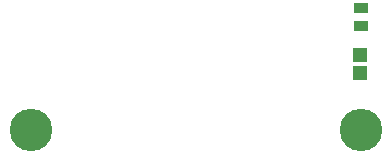
<source format=gts>
G04 #@! TF.GenerationSoftware,KiCad,Pcbnew,(5.0.0)*
G04 #@! TF.CreationDate,2018-08-29T15:01:26+09:00*
G04 #@! TF.ProjectId,lancer_sensorbord_v2,6C616E6365725F73656E736F72626F72,rev?*
G04 #@! TF.SameCoordinates,Original*
G04 #@! TF.FileFunction,Soldermask,Top*
G04 #@! TF.FilePolarity,Negative*
%FSLAX46Y46*%
G04 Gerber Fmt 4.6, Leading zero omitted, Abs format (unit mm)*
G04 Created by KiCad (PCBNEW (5.0.0)) date 08/29/18 15:01:26*
%MOMM*%
%LPD*%
G01*
G04 APERTURE LIST*
%ADD10R,1.200000X0.900000*%
%ADD11C,3.600000*%
%ADD12R,1.200000X1.200000*%
G04 APERTURE END LIST*
D10*
G04 #@! TO.C,R7*
X164150000Y-92350000D03*
X164150000Y-93850000D03*
G04 #@! TD*
D11*
G04 #@! TO.C,REF\002A\002A*
X136200000Y-102650000D03*
G04 #@! TD*
D12*
G04 #@! TO.C,D7*
X164100000Y-97800000D03*
X164100000Y-96300000D03*
G04 #@! TD*
D11*
G04 #@! TO.C,REF\002A\002A*
X164200000Y-102650000D03*
G04 #@! TD*
M02*

</source>
